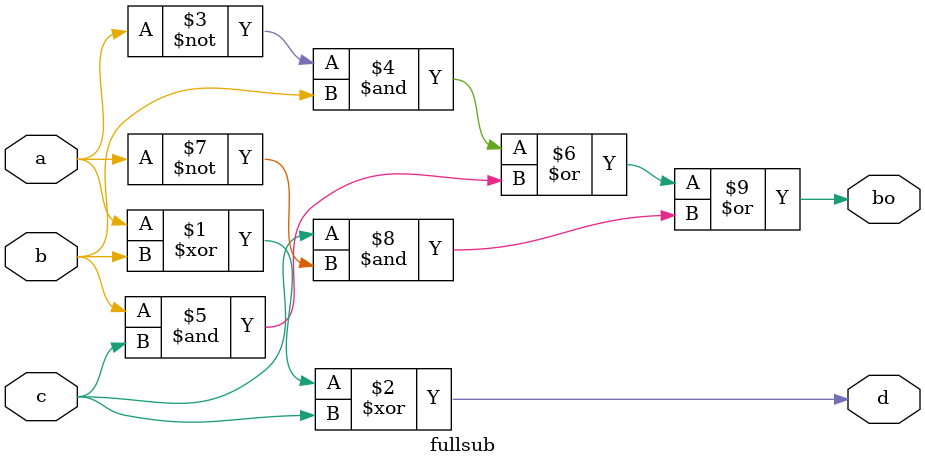
<source format=sv>

module fullsub(a,b,c,d,bo);
input a,b,c;
output d,bo;
assign d=a^b^c;
assign bo=~a&b|b&c|c&~a;
endmodule

</source>
